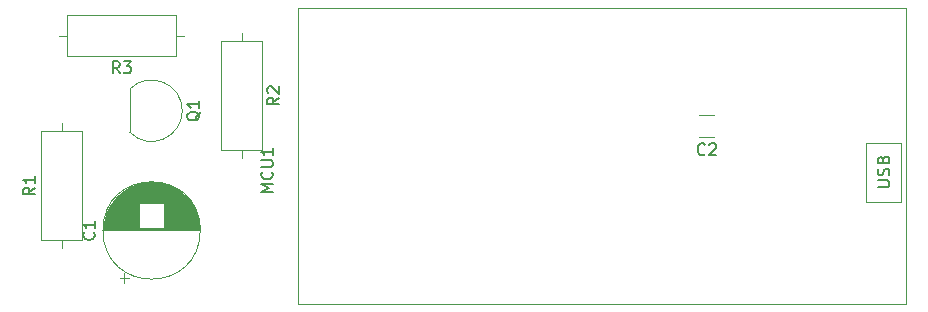
<source format=gbr>
%TF.GenerationSoftware,KiCad,Pcbnew,(6.0.9)*%
%TF.CreationDate,2022-11-20T18:13:40+01:00*%
%TF.ProjectId,esp32_ttgo_capaci,65737033-325f-4747-9467-6f5f63617061,rev?*%
%TF.SameCoordinates,Original*%
%TF.FileFunction,Legend,Top*%
%TF.FilePolarity,Positive*%
%FSLAX46Y46*%
G04 Gerber Fmt 4.6, Leading zero omitted, Abs format (unit mm)*
G04 Created by KiCad (PCBNEW (6.0.9)) date 2022-11-20 18:13:40*
%MOMM*%
%LPD*%
G01*
G04 APERTURE LIST*
%ADD10C,0.150000*%
%ADD11C,0.120000*%
G04 APERTURE END LIST*
D10*
%TO.C,R2*%
X59052380Y-28106666D02*
X58576190Y-28440000D01*
X59052380Y-28678095D02*
X58052380Y-28678095D01*
X58052380Y-28297142D01*
X58100000Y-28201904D01*
X58147619Y-28154285D01*
X58242857Y-28106666D01*
X58385714Y-28106666D01*
X58480952Y-28154285D01*
X58528571Y-28201904D01*
X58576190Y-28297142D01*
X58576190Y-28678095D01*
X58147619Y-27725714D02*
X58100000Y-27678095D01*
X58052380Y-27582857D01*
X58052380Y-27344761D01*
X58100000Y-27249523D01*
X58147619Y-27201904D01*
X58242857Y-27154285D01*
X58338095Y-27154285D01*
X58480952Y-27201904D01*
X59052380Y-27773333D01*
X59052380Y-27154285D01*
%TO.C,C1*%
X43367142Y-39516666D02*
X43414761Y-39564285D01*
X43462380Y-39707142D01*
X43462380Y-39802380D01*
X43414761Y-39945238D01*
X43319523Y-40040476D01*
X43224285Y-40088095D01*
X43033809Y-40135714D01*
X42890952Y-40135714D01*
X42700476Y-40088095D01*
X42605238Y-40040476D01*
X42510000Y-39945238D01*
X42462380Y-39802380D01*
X42462380Y-39707142D01*
X42510000Y-39564285D01*
X42557619Y-39516666D01*
X43462380Y-38564285D02*
X43462380Y-39135714D01*
X43462380Y-38850000D02*
X42462380Y-38850000D01*
X42605238Y-38945238D01*
X42700476Y-39040476D01*
X42748095Y-39135714D01*
%TO.C,Q1*%
X52367619Y-29305238D02*
X52320000Y-29400476D01*
X52224761Y-29495714D01*
X52081904Y-29638571D01*
X52034285Y-29733809D01*
X52034285Y-29829047D01*
X52272380Y-29781428D02*
X52224761Y-29876666D01*
X52129523Y-29971904D01*
X51939047Y-30019523D01*
X51605714Y-30019523D01*
X51415238Y-29971904D01*
X51320000Y-29876666D01*
X51272380Y-29781428D01*
X51272380Y-29590952D01*
X51320000Y-29495714D01*
X51415238Y-29400476D01*
X51605714Y-29352857D01*
X51939047Y-29352857D01*
X52129523Y-29400476D01*
X52224761Y-29495714D01*
X52272380Y-29590952D01*
X52272380Y-29781428D01*
X52272380Y-28400476D02*
X52272380Y-28971904D01*
X52272380Y-28686190D02*
X51272380Y-28686190D01*
X51415238Y-28781428D01*
X51510476Y-28876666D01*
X51558095Y-28971904D01*
%TO.C,R3*%
X45553333Y-26032380D02*
X45220000Y-25556190D01*
X44981904Y-26032380D02*
X44981904Y-25032380D01*
X45362857Y-25032380D01*
X45458095Y-25080000D01*
X45505714Y-25127619D01*
X45553333Y-25222857D01*
X45553333Y-25365714D01*
X45505714Y-25460952D01*
X45458095Y-25508571D01*
X45362857Y-25556190D01*
X44981904Y-25556190D01*
X45886666Y-25032380D02*
X46505714Y-25032380D01*
X46172380Y-25413333D01*
X46315238Y-25413333D01*
X46410476Y-25460952D01*
X46458095Y-25508571D01*
X46505714Y-25603809D01*
X46505714Y-25841904D01*
X46458095Y-25937142D01*
X46410476Y-25984761D01*
X46315238Y-26032380D01*
X46029523Y-26032380D01*
X45934285Y-25984761D01*
X45886666Y-25937142D01*
%TO.C,C2*%
X95103333Y-32887142D02*
X95055714Y-32934761D01*
X94912857Y-32982380D01*
X94817619Y-32982380D01*
X94674761Y-32934761D01*
X94579523Y-32839523D01*
X94531904Y-32744285D01*
X94484285Y-32553809D01*
X94484285Y-32410952D01*
X94531904Y-32220476D01*
X94579523Y-32125238D01*
X94674761Y-32030000D01*
X94817619Y-31982380D01*
X94912857Y-31982380D01*
X95055714Y-32030000D01*
X95103333Y-32077619D01*
X95484285Y-32077619D02*
X95531904Y-32030000D01*
X95627142Y-31982380D01*
X95865238Y-31982380D01*
X95960476Y-32030000D01*
X96008095Y-32077619D01*
X96055714Y-32172857D01*
X96055714Y-32268095D01*
X96008095Y-32410952D01*
X95436666Y-32982380D01*
X96055714Y-32982380D01*
%TO.C,MCU1*%
X58527380Y-36123333D02*
X57527380Y-36123333D01*
X58241666Y-35789999D01*
X57527380Y-35456666D01*
X58527380Y-35456666D01*
X58432142Y-34409047D02*
X58479761Y-34456666D01*
X58527380Y-34599523D01*
X58527380Y-34694761D01*
X58479761Y-34837619D01*
X58384523Y-34932857D01*
X58289285Y-34980476D01*
X58098809Y-35028095D01*
X57955952Y-35028095D01*
X57765476Y-34980476D01*
X57670238Y-34932857D01*
X57575000Y-34837619D01*
X57527380Y-34694761D01*
X57527380Y-34599523D01*
X57575000Y-34456666D01*
X57622619Y-34409047D01*
X57527380Y-33980476D02*
X58336904Y-33980476D01*
X58432142Y-33932857D01*
X58479761Y-33885238D01*
X58527380Y-33789999D01*
X58527380Y-33599523D01*
X58479761Y-33504285D01*
X58432142Y-33456666D01*
X58336904Y-33409047D01*
X57527380Y-33409047D01*
X58527380Y-32409047D02*
X58527380Y-32980476D01*
X58527380Y-32694761D02*
X57527380Y-32694761D01*
X57670238Y-32789999D01*
X57765476Y-32885238D01*
X57813095Y-32980476D01*
X109724380Y-35678904D02*
X110533904Y-35678904D01*
X110629142Y-35631285D01*
X110676761Y-35583666D01*
X110724380Y-35488428D01*
X110724380Y-35297952D01*
X110676761Y-35202714D01*
X110629142Y-35155095D01*
X110533904Y-35107476D01*
X109724380Y-35107476D01*
X110676761Y-34678904D02*
X110724380Y-34536047D01*
X110724380Y-34297952D01*
X110676761Y-34202714D01*
X110629142Y-34155095D01*
X110533904Y-34107476D01*
X110438666Y-34107476D01*
X110343428Y-34155095D01*
X110295809Y-34202714D01*
X110248190Y-34297952D01*
X110200571Y-34488428D01*
X110152952Y-34583666D01*
X110105333Y-34631285D01*
X110010095Y-34678904D01*
X109914857Y-34678904D01*
X109819619Y-34631285D01*
X109772000Y-34583666D01*
X109724380Y-34488428D01*
X109724380Y-34250333D01*
X109772000Y-34107476D01*
X110200571Y-33345571D02*
X110248190Y-33202714D01*
X110295809Y-33155095D01*
X110391047Y-33107476D01*
X110533904Y-33107476D01*
X110629142Y-33155095D01*
X110676761Y-33202714D01*
X110724380Y-33297952D01*
X110724380Y-33678904D01*
X109724380Y-33678904D01*
X109724380Y-33345571D01*
X109772000Y-33250333D01*
X109819619Y-33202714D01*
X109914857Y-33155095D01*
X110010095Y-33155095D01*
X110105333Y-33202714D01*
X110152952Y-33250333D01*
X110200571Y-33345571D01*
X110200571Y-33678904D01*
%TO.C,R1*%
X38372380Y-35726666D02*
X37896190Y-36060000D01*
X38372380Y-36298095D02*
X37372380Y-36298095D01*
X37372380Y-35917142D01*
X37420000Y-35821904D01*
X37467619Y-35774285D01*
X37562857Y-35726666D01*
X37705714Y-35726666D01*
X37800952Y-35774285D01*
X37848571Y-35821904D01*
X37896190Y-35917142D01*
X37896190Y-36298095D01*
X38372380Y-34774285D02*
X38372380Y-35345714D01*
X38372380Y-35060000D02*
X37372380Y-35060000D01*
X37515238Y-35155238D01*
X37610476Y-35250476D01*
X37658095Y-35345714D01*
D11*
%TO.C,R2*%
X57600000Y-32560000D02*
X57600000Y-23320000D01*
X54160000Y-23320000D02*
X54160000Y-32560000D01*
X55880000Y-33250000D02*
X55880000Y-32560000D01*
X55880000Y-22630000D02*
X55880000Y-23320000D01*
X54160000Y-32560000D02*
X57600000Y-32560000D01*
X57600000Y-23320000D02*
X54160000Y-23320000D01*
%TO.C,C1*%
X49300000Y-37349000D02*
X51822000Y-37349000D01*
X49300000Y-37949000D02*
X52095000Y-37949000D01*
X44520000Y-37709000D02*
X47220000Y-37709000D01*
X49300000Y-38389000D02*
X52227000Y-38389000D01*
X44203000Y-38910000D02*
X47220000Y-38910000D01*
X49300000Y-37229000D02*
X51753000Y-37229000D01*
X49300000Y-38830000D02*
X52308000Y-38830000D01*
X44199000Y-38950000D02*
X47220000Y-38950000D01*
X44980000Y-36909000D02*
X51540000Y-36909000D01*
X44313000Y-38309000D02*
X47220000Y-38309000D01*
X49300000Y-38790000D02*
X52302000Y-38790000D01*
X44266000Y-38509000D02*
X47220000Y-38509000D01*
X44816000Y-37149000D02*
X47220000Y-37149000D01*
X49300000Y-38870000D02*
X52312000Y-38870000D01*
X49300000Y-37669000D02*
X51982000Y-37669000D01*
X44895000Y-37029000D02*
X51625000Y-37029000D01*
X49300000Y-37069000D02*
X51652000Y-37069000D01*
X45434000Y-36389000D02*
X51086000Y-36389000D01*
X49300000Y-37589000D02*
X51946000Y-37589000D01*
X44303000Y-38349000D02*
X47220000Y-38349000D01*
X49300000Y-39070000D02*
X52331000Y-39070000D01*
X45973000Y-35949000D02*
X50547000Y-35949000D01*
X44180000Y-39310000D02*
X52340000Y-39310000D01*
X49300000Y-38149000D02*
X52162000Y-38149000D01*
X45353000Y-36469000D02*
X51167000Y-36469000D01*
X44720000Y-37309000D02*
X47220000Y-37309000D01*
X44767000Y-37229000D02*
X47220000Y-37229000D01*
X44346000Y-38189000D02*
X47220000Y-38189000D01*
X45860000Y-36029000D02*
X50660000Y-36029000D01*
X49300000Y-38069000D02*
X52137000Y-38069000D01*
X49300000Y-37869000D02*
X52065000Y-37869000D01*
X44258000Y-38549000D02*
X47220000Y-38549000D01*
X49300000Y-37429000D02*
X51866000Y-37429000D01*
X45519000Y-36309000D02*
X51001000Y-36309000D01*
X49300000Y-38189000D02*
X52174000Y-38189000D01*
X49300000Y-37189000D02*
X51729000Y-37189000D01*
X45609000Y-36229000D02*
X50911000Y-36229000D01*
X44218000Y-38790000D02*
X47220000Y-38790000D01*
X49300000Y-38670000D02*
X52284000Y-38670000D01*
X44243000Y-38629000D02*
X47220000Y-38629000D01*
X49300000Y-37309000D02*
X51800000Y-37309000D01*
X44410000Y-37989000D02*
X47220000Y-37989000D01*
X49300000Y-38629000D02*
X52277000Y-38629000D01*
X44212000Y-38830000D02*
X47220000Y-38830000D01*
X44192000Y-39030000D02*
X47220000Y-39030000D01*
X45755000Y-36109000D02*
X50765000Y-36109000D01*
X49300000Y-37909000D02*
X52081000Y-37909000D01*
X46807000Y-35509000D02*
X49713000Y-35509000D01*
X47031000Y-35429000D02*
X49489000Y-35429000D01*
X49300000Y-38509000D02*
X52254000Y-38509000D01*
X49300000Y-37149000D02*
X51704000Y-37149000D01*
X49300000Y-38589000D02*
X52270000Y-38589000D01*
X44922000Y-36989000D02*
X51598000Y-36989000D01*
X44743000Y-37269000D02*
X47220000Y-37269000D01*
X44324000Y-38269000D02*
X47220000Y-38269000D01*
X49300000Y-38549000D02*
X52262000Y-38549000D01*
X49300000Y-38469000D02*
X52245000Y-38469000D01*
X49300000Y-38309000D02*
X52207000Y-38309000D01*
X46032000Y-35909000D02*
X50488000Y-35909000D01*
X44371000Y-38109000D02*
X47220000Y-38109000D01*
X44613000Y-37509000D02*
X47220000Y-37509000D01*
X49300000Y-38349000D02*
X52217000Y-38349000D01*
X44186000Y-39110000D02*
X47220000Y-39110000D01*
X46226000Y-35789000D02*
X50294000Y-35789000D01*
X44439000Y-37909000D02*
X47220000Y-37909000D01*
X45563000Y-36269000D02*
X50957000Y-36269000D01*
X45656000Y-36189000D02*
X50864000Y-36189000D01*
X49300000Y-37709000D02*
X52000000Y-37709000D01*
X44230000Y-38710000D02*
X47220000Y-38710000D01*
X44676000Y-37389000D02*
X47220000Y-37389000D01*
X49300000Y-37989000D02*
X52110000Y-37989000D01*
X44486000Y-37789000D02*
X47220000Y-37789000D01*
X44868000Y-37069000D02*
X47220000Y-37069000D01*
X45476000Y-36349000D02*
X51044000Y-36349000D01*
X44425000Y-37949000D02*
X47220000Y-37949000D01*
X47727000Y-35269000D02*
X48793000Y-35269000D01*
X49300000Y-39030000D02*
X52328000Y-39030000D01*
X45315000Y-36509000D02*
X51205000Y-36509000D01*
X44189000Y-39070000D02*
X47220000Y-39070000D01*
X49300000Y-38429000D02*
X52236000Y-38429000D01*
X47492000Y-35309000D02*
X49028000Y-35309000D01*
X49300000Y-37269000D02*
X51777000Y-37269000D01*
X49300000Y-37549000D02*
X51926000Y-37549000D01*
X44383000Y-38069000D02*
X47220000Y-38069000D01*
X49300000Y-38029000D02*
X52123000Y-38029000D01*
X44951000Y-36949000D02*
X51569000Y-36949000D01*
X49300000Y-39110000D02*
X52334000Y-39110000D01*
X45393000Y-36429000D02*
X51127000Y-36429000D01*
X45010000Y-36869000D02*
X51510000Y-36869000D01*
X44223000Y-38750000D02*
X47220000Y-38750000D01*
X49300000Y-38990000D02*
X52325000Y-38990000D01*
X46615000Y-35589000D02*
X49905000Y-35589000D01*
X45945000Y-43759698D02*
X45945000Y-42959698D01*
X45104000Y-36749000D02*
X51416000Y-36749000D01*
X44184000Y-39150000D02*
X52336000Y-39150000D01*
X49300000Y-37829000D02*
X52050000Y-37829000D01*
X49300000Y-38269000D02*
X52196000Y-38269000D01*
X44455000Y-37869000D02*
X47220000Y-37869000D01*
X44208000Y-38870000D02*
X47220000Y-38870000D01*
X44574000Y-37589000D02*
X47220000Y-37589000D01*
X49300000Y-37469000D02*
X51887000Y-37469000D01*
X44470000Y-37829000D02*
X47220000Y-37829000D01*
X45277000Y-36549000D02*
X51243000Y-36549000D01*
X49300000Y-38910000D02*
X52317000Y-38910000D01*
X49300000Y-37109000D02*
X51678000Y-37109000D01*
X46296000Y-35749000D02*
X50224000Y-35749000D01*
X46094000Y-35869000D02*
X50426000Y-35869000D01*
X44250000Y-38589000D02*
X47220000Y-38589000D01*
X45545000Y-43359698D02*
X46345000Y-43359698D01*
X49300000Y-38710000D02*
X52290000Y-38710000D01*
X44397000Y-38029000D02*
X47220000Y-38029000D01*
X45704000Y-36149000D02*
X50816000Y-36149000D01*
X49300000Y-37629000D02*
X51964000Y-37629000D01*
X46529000Y-35629000D02*
X49991000Y-35629000D01*
X44284000Y-38429000D02*
X47220000Y-38429000D01*
X46370000Y-35709000D02*
X50150000Y-35709000D01*
X44538000Y-37669000D02*
X47220000Y-37669000D01*
X44594000Y-37549000D02*
X47220000Y-37549000D01*
X49300000Y-38229000D02*
X52185000Y-38229000D01*
X44195000Y-38990000D02*
X47220000Y-38990000D01*
X44236000Y-38670000D02*
X47220000Y-38670000D01*
X45071000Y-36789000D02*
X51449000Y-36789000D01*
X46158000Y-35829000D02*
X50362000Y-35829000D01*
X47312000Y-35349000D02*
X49208000Y-35349000D01*
X45241000Y-36589000D02*
X51279000Y-36589000D01*
X45915000Y-35989000D02*
X50605000Y-35989000D01*
X47162000Y-35389000D02*
X49358000Y-35389000D01*
X44556000Y-37629000D02*
X47220000Y-37629000D01*
X44335000Y-38229000D02*
X47220000Y-38229000D01*
X45205000Y-36629000D02*
X51315000Y-36629000D01*
X44275000Y-38469000D02*
X47220000Y-38469000D01*
X49300000Y-38750000D02*
X52297000Y-38750000D01*
X45136000Y-36709000D02*
X51384000Y-36709000D01*
X44654000Y-37429000D02*
X47220000Y-37429000D01*
X44183000Y-39190000D02*
X52337000Y-39190000D01*
X44180000Y-39350000D02*
X52340000Y-39350000D01*
X45170000Y-36669000D02*
X51350000Y-36669000D01*
X49300000Y-37509000D02*
X51907000Y-37509000D01*
X44181000Y-39230000D02*
X52339000Y-39230000D01*
X49300000Y-37749000D02*
X52017000Y-37749000D01*
X49300000Y-38109000D02*
X52149000Y-38109000D01*
X45806000Y-36069000D02*
X50714000Y-36069000D01*
X44503000Y-37749000D02*
X47220000Y-37749000D01*
X49300000Y-38950000D02*
X52321000Y-38950000D01*
X44633000Y-37469000D02*
X47220000Y-37469000D01*
X46447000Y-35669000D02*
X50073000Y-35669000D01*
X44842000Y-37109000D02*
X47220000Y-37109000D01*
X49300000Y-37789000D02*
X52034000Y-37789000D01*
X46708000Y-35549000D02*
X49812000Y-35549000D01*
X44698000Y-37349000D02*
X47220000Y-37349000D01*
X49300000Y-37389000D02*
X51844000Y-37389000D01*
X44358000Y-38149000D02*
X47220000Y-38149000D01*
X44180000Y-39270000D02*
X52340000Y-39270000D01*
X46914000Y-35469000D02*
X49606000Y-35469000D01*
X45040000Y-36829000D02*
X51480000Y-36829000D01*
X44293000Y-38389000D02*
X47220000Y-38389000D01*
X44791000Y-37189000D02*
X47220000Y-37189000D01*
X52380000Y-39350000D02*
G75*
G03*
X52380000Y-39350000I-4120000J0D01*
G01*
%TO.C,Q1*%
X46410000Y-27410000D02*
X46410000Y-31010000D01*
X46421522Y-31048478D02*
G75*
G03*
X50860000Y-29210000I1838478J1838478D01*
G01*
X50860001Y-29210000D02*
G75*
G03*
X46421522Y-27371522I-2600001J0D01*
G01*
%TO.C,R3*%
X41100000Y-24580000D02*
X50340000Y-24580000D01*
X50340000Y-24580000D02*
X50340000Y-21140000D01*
X41100000Y-21140000D02*
X41100000Y-24580000D01*
X50340000Y-21140000D02*
X41100000Y-21140000D01*
X40410000Y-22860000D02*
X41100000Y-22860000D01*
X51030000Y-22860000D02*
X50340000Y-22860000D01*
%TO.C,C2*%
X95899000Y-31400000D02*
X94641000Y-31400000D01*
X95899000Y-29560000D02*
X94641000Y-29560000D01*
%TO.C,MCU1*%
X60615000Y-45565000D02*
X112105000Y-45565000D01*
X112105000Y-45565000D02*
X112105000Y-20475000D01*
X112105000Y-20475000D02*
X60615000Y-20475000D01*
X60615000Y-20475000D02*
X60615000Y-45565000D01*
X111669000Y-36917000D02*
X108748000Y-36917000D01*
X108748000Y-36917000D02*
X108748000Y-31917000D01*
X108748000Y-31917000D02*
X111669000Y-31917000D01*
X111669000Y-31917000D02*
X111669000Y-36917000D01*
%TO.C,R1*%
X42360000Y-30940000D02*
X38920000Y-30940000D01*
X38920000Y-40180000D02*
X42360000Y-40180000D01*
X42360000Y-40180000D02*
X42360000Y-30940000D01*
X38920000Y-30940000D02*
X38920000Y-40180000D01*
X40640000Y-30250000D02*
X40640000Y-30940000D01*
X40640000Y-40870000D02*
X40640000Y-40180000D01*
%TD*%
M02*

</source>
